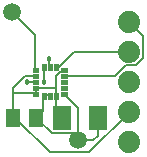
<source format=gbr>
G04 EAGLE Gerber RS-274X export*
G75*
%MOMM*%
%FSLAX34Y34*%
%LPD*%
%INTop Copper*%
%IPPOS*%
%AMOC8*
5,1,8,0,0,1.08239X$1,22.5*%
G01*
%ADD10C,1.879600*%
%ADD11C,0.031500*%
%ADD12R,1.300000X1.500000*%
%ADD13R,1.500000X2.000000*%
%ADD14C,0.127000*%
%ADD15C,0.152400*%
%ADD16C,1.500000*%
%ADD17C,0.457200*%


D10*
X123190Y16510D03*
X123190Y41910D03*
X123190Y67310D03*
X123190Y92710D03*
X123190Y118110D03*
D11*
X70573Y58903D02*
X65587Y58903D01*
X70573Y58903D02*
X70573Y55717D01*
X65587Y55717D01*
X65587Y58903D01*
X65587Y56016D02*
X70573Y56016D01*
X70573Y56315D02*
X65587Y56315D01*
X65587Y56614D02*
X70573Y56614D01*
X70573Y56913D02*
X65587Y56913D01*
X65587Y57212D02*
X70573Y57212D01*
X70573Y57511D02*
X65587Y57511D01*
X65587Y57810D02*
X70573Y57810D01*
X70573Y58109D02*
X65587Y58109D01*
X65587Y58408D02*
X70573Y58408D01*
X70573Y58707D02*
X65587Y58707D01*
X65587Y63903D02*
X70573Y63903D01*
X70573Y60717D01*
X65587Y60717D01*
X65587Y63903D01*
X65587Y61016D02*
X70573Y61016D01*
X70573Y61315D02*
X65587Y61315D01*
X65587Y61614D02*
X70573Y61614D01*
X70573Y61913D02*
X65587Y61913D01*
X65587Y62212D02*
X70573Y62212D01*
X70573Y62511D02*
X65587Y62511D01*
X65587Y62810D02*
X70573Y62810D01*
X70573Y63109D02*
X65587Y63109D01*
X65587Y63408D02*
X70573Y63408D01*
X70573Y63707D02*
X65587Y63707D01*
X65587Y68903D02*
X70573Y68903D01*
X70573Y65717D01*
X65587Y65717D01*
X65587Y68903D01*
X65587Y66016D02*
X70573Y66016D01*
X70573Y66315D02*
X65587Y66315D01*
X65587Y66614D02*
X70573Y66614D01*
X70573Y66913D02*
X65587Y66913D01*
X65587Y67212D02*
X70573Y67212D01*
X70573Y67511D02*
X65587Y67511D01*
X65587Y67810D02*
X70573Y67810D01*
X70573Y68109D02*
X65587Y68109D01*
X65587Y68408D02*
X70573Y68408D01*
X70573Y68707D02*
X65587Y68707D01*
X65587Y73903D02*
X70573Y73903D01*
X70573Y70717D01*
X65587Y70717D01*
X65587Y73903D01*
X65587Y71016D02*
X70573Y71016D01*
X70573Y71315D02*
X65587Y71315D01*
X65587Y71614D02*
X70573Y71614D01*
X70573Y71913D02*
X65587Y71913D01*
X65587Y72212D02*
X70573Y72212D01*
X70573Y72511D02*
X65587Y72511D01*
X65587Y72810D02*
X70573Y72810D01*
X70573Y73109D02*
X65587Y73109D01*
X65587Y73408D02*
X70573Y73408D01*
X70573Y73707D02*
X65587Y73707D01*
X65587Y78903D02*
X70573Y78903D01*
X70573Y75717D01*
X65587Y75717D01*
X65587Y78903D01*
X65587Y76016D02*
X70573Y76016D01*
X70573Y76315D02*
X65587Y76315D01*
X65587Y76614D02*
X70573Y76614D01*
X70573Y76913D02*
X65587Y76913D01*
X65587Y77212D02*
X70573Y77212D01*
X70573Y77511D02*
X65587Y77511D01*
X65587Y77810D02*
X70573Y77810D01*
X70573Y78109D02*
X65587Y78109D01*
X65587Y78408D02*
X70573Y78408D01*
X70573Y78707D02*
X65587Y78707D01*
X59287Y77017D02*
X59287Y82003D01*
X62473Y82003D01*
X62473Y77017D01*
X59287Y77017D01*
X59287Y77316D02*
X62473Y77316D01*
X62473Y77615D02*
X59287Y77615D01*
X59287Y77914D02*
X62473Y77914D01*
X62473Y78213D02*
X59287Y78213D01*
X59287Y78512D02*
X62473Y78512D01*
X62473Y78811D02*
X59287Y78811D01*
X59287Y79110D02*
X62473Y79110D01*
X62473Y79409D02*
X59287Y79409D01*
X59287Y79708D02*
X62473Y79708D01*
X62473Y80007D02*
X59287Y80007D01*
X59287Y80306D02*
X62473Y80306D01*
X62473Y80605D02*
X59287Y80605D01*
X59287Y80904D02*
X62473Y80904D01*
X62473Y81203D02*
X59287Y81203D01*
X59287Y81502D02*
X62473Y81502D01*
X62473Y81801D02*
X59287Y81801D01*
X54287Y82003D02*
X54287Y77017D01*
X54287Y82003D02*
X57473Y82003D01*
X57473Y77017D01*
X54287Y77017D01*
X54287Y77316D02*
X57473Y77316D01*
X57473Y77615D02*
X54287Y77615D01*
X54287Y77914D02*
X57473Y77914D01*
X57473Y78213D02*
X54287Y78213D01*
X54287Y78512D02*
X57473Y78512D01*
X57473Y78811D02*
X54287Y78811D01*
X54287Y79110D02*
X57473Y79110D01*
X57473Y79409D02*
X54287Y79409D01*
X54287Y79708D02*
X57473Y79708D01*
X57473Y80007D02*
X54287Y80007D01*
X54287Y80306D02*
X57473Y80306D01*
X57473Y80605D02*
X54287Y80605D01*
X54287Y80904D02*
X57473Y80904D01*
X57473Y81203D02*
X54287Y81203D01*
X54287Y81502D02*
X57473Y81502D01*
X57473Y81801D02*
X54287Y81801D01*
X49287Y82003D02*
X49287Y77017D01*
X49287Y82003D02*
X52473Y82003D01*
X52473Y77017D01*
X49287Y77017D01*
X49287Y77316D02*
X52473Y77316D01*
X52473Y77615D02*
X49287Y77615D01*
X49287Y77914D02*
X52473Y77914D01*
X52473Y78213D02*
X49287Y78213D01*
X49287Y78512D02*
X52473Y78512D01*
X52473Y78811D02*
X49287Y78811D01*
X49287Y79110D02*
X52473Y79110D01*
X52473Y79409D02*
X49287Y79409D01*
X49287Y79708D02*
X52473Y79708D01*
X52473Y80007D02*
X49287Y80007D01*
X49287Y80306D02*
X52473Y80306D01*
X52473Y80605D02*
X49287Y80605D01*
X49287Y80904D02*
X52473Y80904D01*
X52473Y81203D02*
X49287Y81203D01*
X49287Y81502D02*
X52473Y81502D01*
X52473Y81801D02*
X49287Y81801D01*
X46173Y75717D02*
X41187Y75717D01*
X41187Y78903D01*
X46173Y78903D01*
X46173Y75717D01*
X46173Y76016D02*
X41187Y76016D01*
X41187Y76315D02*
X46173Y76315D01*
X46173Y76614D02*
X41187Y76614D01*
X41187Y76913D02*
X46173Y76913D01*
X46173Y77212D02*
X41187Y77212D01*
X41187Y77511D02*
X46173Y77511D01*
X46173Y77810D02*
X41187Y77810D01*
X41187Y78109D02*
X46173Y78109D01*
X46173Y78408D02*
X41187Y78408D01*
X41187Y78707D02*
X46173Y78707D01*
X46173Y70717D02*
X41187Y70717D01*
X41187Y73903D01*
X46173Y73903D01*
X46173Y70717D01*
X46173Y71016D02*
X41187Y71016D01*
X41187Y71315D02*
X46173Y71315D01*
X46173Y71614D02*
X41187Y71614D01*
X41187Y71913D02*
X46173Y71913D01*
X46173Y72212D02*
X41187Y72212D01*
X41187Y72511D02*
X46173Y72511D01*
X46173Y72810D02*
X41187Y72810D01*
X41187Y73109D02*
X46173Y73109D01*
X46173Y73408D02*
X41187Y73408D01*
X41187Y73707D02*
X46173Y73707D01*
X46173Y65717D02*
X41187Y65717D01*
X41187Y68903D01*
X46173Y68903D01*
X46173Y65717D01*
X46173Y66016D02*
X41187Y66016D01*
X41187Y66315D02*
X46173Y66315D01*
X46173Y66614D02*
X41187Y66614D01*
X41187Y66913D02*
X46173Y66913D01*
X46173Y67212D02*
X41187Y67212D01*
X41187Y67511D02*
X46173Y67511D01*
X46173Y67810D02*
X41187Y67810D01*
X41187Y68109D02*
X46173Y68109D01*
X46173Y68408D02*
X41187Y68408D01*
X41187Y68707D02*
X46173Y68707D01*
X46173Y60717D02*
X41187Y60717D01*
X41187Y63903D01*
X46173Y63903D01*
X46173Y60717D01*
X46173Y61016D02*
X41187Y61016D01*
X41187Y61315D02*
X46173Y61315D01*
X46173Y61614D02*
X41187Y61614D01*
X41187Y61913D02*
X46173Y61913D01*
X46173Y62212D02*
X41187Y62212D01*
X41187Y62511D02*
X46173Y62511D01*
X46173Y62810D02*
X41187Y62810D01*
X41187Y63109D02*
X46173Y63109D01*
X46173Y63408D02*
X41187Y63408D01*
X41187Y63707D02*
X46173Y63707D01*
X46173Y55717D02*
X41187Y55717D01*
X41187Y58903D01*
X46173Y58903D01*
X46173Y55717D01*
X46173Y56016D02*
X41187Y56016D01*
X41187Y56315D02*
X46173Y56315D01*
X46173Y56614D02*
X41187Y56614D01*
X41187Y56913D02*
X46173Y56913D01*
X46173Y57212D02*
X41187Y57212D01*
X41187Y57511D02*
X46173Y57511D01*
X46173Y57810D02*
X41187Y57810D01*
X41187Y58109D02*
X46173Y58109D01*
X46173Y58408D02*
X41187Y58408D01*
X41187Y58707D02*
X46173Y58707D01*
X52473Y57603D02*
X52473Y52617D01*
X49287Y52617D01*
X49287Y57603D01*
X52473Y57603D01*
X52473Y52916D02*
X49287Y52916D01*
X49287Y53215D02*
X52473Y53215D01*
X52473Y53514D02*
X49287Y53514D01*
X49287Y53813D02*
X52473Y53813D01*
X52473Y54112D02*
X49287Y54112D01*
X49287Y54411D02*
X52473Y54411D01*
X52473Y54710D02*
X49287Y54710D01*
X49287Y55009D02*
X52473Y55009D01*
X52473Y55308D02*
X49287Y55308D01*
X49287Y55607D02*
X52473Y55607D01*
X52473Y55906D02*
X49287Y55906D01*
X49287Y56205D02*
X52473Y56205D01*
X52473Y56504D02*
X49287Y56504D01*
X49287Y56803D02*
X52473Y56803D01*
X52473Y57102D02*
X49287Y57102D01*
X49287Y57401D02*
X52473Y57401D01*
X57473Y57603D02*
X57473Y52617D01*
X54287Y52617D01*
X54287Y57603D01*
X57473Y57603D01*
X57473Y52916D02*
X54287Y52916D01*
X54287Y53215D02*
X57473Y53215D01*
X57473Y53514D02*
X54287Y53514D01*
X54287Y53813D02*
X57473Y53813D01*
X57473Y54112D02*
X54287Y54112D01*
X54287Y54411D02*
X57473Y54411D01*
X57473Y54710D02*
X54287Y54710D01*
X54287Y55009D02*
X57473Y55009D01*
X57473Y55308D02*
X54287Y55308D01*
X54287Y55607D02*
X57473Y55607D01*
X57473Y55906D02*
X54287Y55906D01*
X54287Y56205D02*
X57473Y56205D01*
X57473Y56504D02*
X54287Y56504D01*
X54287Y56803D02*
X57473Y56803D01*
X57473Y57102D02*
X54287Y57102D01*
X54287Y57401D02*
X57473Y57401D01*
X62473Y57603D02*
X62473Y52617D01*
X59287Y52617D01*
X59287Y57603D01*
X62473Y57603D01*
X62473Y52916D02*
X59287Y52916D01*
X59287Y53215D02*
X62473Y53215D01*
X62473Y53514D02*
X59287Y53514D01*
X59287Y53813D02*
X62473Y53813D01*
X62473Y54112D02*
X59287Y54112D01*
X59287Y54411D02*
X62473Y54411D01*
X62473Y54710D02*
X59287Y54710D01*
X59287Y55009D02*
X62473Y55009D01*
X62473Y55308D02*
X59287Y55308D01*
X59287Y55607D02*
X62473Y55607D01*
X62473Y55906D02*
X59287Y55906D01*
X59287Y56205D02*
X62473Y56205D01*
X62473Y56504D02*
X59287Y56504D01*
X59287Y56803D02*
X62473Y56803D01*
X62473Y57102D02*
X59287Y57102D01*
X59287Y57401D02*
X62473Y57401D01*
D12*
X43790Y36830D03*
X24790Y36830D03*
D13*
X96280Y36830D03*
X66280Y36830D03*
D14*
X43750Y57500D02*
X43750Y61250D01*
X43750Y57500D02*
X43680Y57310D01*
X43750Y61250D02*
X43680Y62310D01*
X42500Y72500D02*
X35000Y72500D01*
X25000Y62500D01*
X25000Y57500D02*
X25000Y37500D01*
X25000Y57500D02*
X25000Y62500D01*
X42500Y72500D02*
X43680Y72310D01*
X25000Y37500D02*
X24790Y36830D01*
X25000Y57500D02*
X42500Y57500D01*
X43680Y57310D01*
X61250Y55000D02*
X61250Y42500D01*
X66250Y37500D01*
X61250Y55000D02*
X60880Y55110D01*
X66250Y37500D02*
X66280Y36830D01*
X67500Y76250D02*
X65000Y76250D01*
X61250Y72500D01*
X61250Y62500D02*
X61250Y56250D01*
X61250Y62500D02*
X61250Y72500D01*
X67500Y76250D02*
X68080Y77310D01*
X61250Y56250D02*
X60880Y55110D01*
X61250Y62500D02*
X43750Y62500D01*
X43680Y62310D01*
X27500Y36250D02*
X25000Y36250D01*
X27500Y36250D02*
X56250Y7500D01*
X88750Y7500D01*
X122500Y41250D01*
X25000Y36250D02*
X24790Y36830D01*
X122500Y41250D02*
X123190Y41910D01*
D15*
X80010Y45380D02*
X68080Y57310D01*
X80010Y45380D02*
X80010Y17780D01*
D16*
X80010Y17780D03*
D15*
X96280Y21350D02*
X96280Y36830D01*
X92710Y17780D02*
X80010Y17780D01*
X92710Y17780D02*
X96280Y21350D01*
D14*
X55000Y56250D02*
X51250Y56250D01*
X50880Y55110D01*
X55000Y56250D02*
X55880Y55110D01*
X50000Y55000D02*
X50000Y42500D01*
X45000Y37500D01*
X50000Y55000D02*
X50880Y55110D01*
X45000Y37500D02*
X43790Y36830D01*
X45000Y36250D02*
X57500Y23750D01*
X80000Y23750D01*
X45000Y36250D02*
X43790Y36830D01*
X80000Y23750D02*
X80010Y17780D01*
X68750Y72500D02*
X111250Y72500D01*
X120000Y81250D01*
X128750Y81250D01*
X135000Y87500D01*
X135000Y106250D01*
X123750Y117500D01*
X68750Y72500D02*
X68080Y72310D01*
X123190Y118110D02*
X123750Y117500D01*
X63750Y80000D02*
X61250Y80000D01*
X63750Y80000D02*
X76250Y92500D01*
X122500Y92500D01*
X61250Y80000D02*
X60880Y79510D01*
X122500Y92500D02*
X123190Y92710D01*
X42500Y67500D02*
X36250Y67500D01*
X42500Y67500D02*
X43680Y67310D01*
D17*
X36250Y67500D03*
D14*
X55000Y80000D02*
X55000Y86250D01*
X55000Y80000D02*
X55880Y79510D01*
D17*
X55000Y86250D03*
D15*
X43680Y77310D02*
X43680Y106708D01*
X24130Y126258D01*
D16*
X24130Y126258D03*
D14*
X51250Y78750D02*
X51250Y67500D01*
X51250Y78750D02*
X50880Y79510D01*
D17*
X51250Y67500D03*
M02*

</source>
